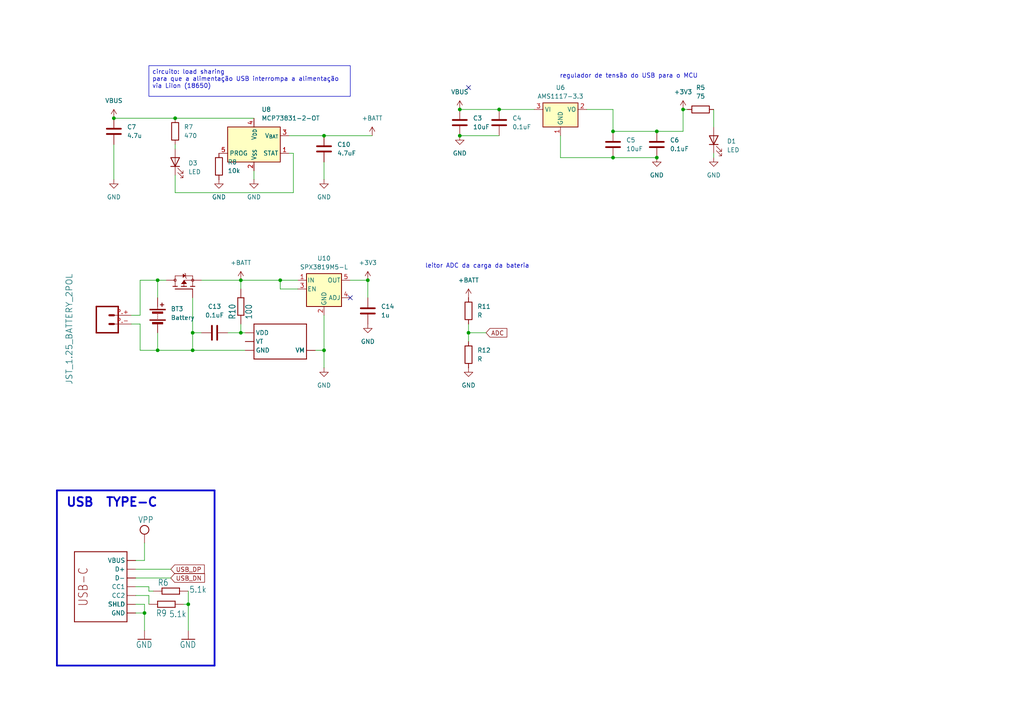
<source format=kicad_sch>
(kicad_sch (version 20231120) (generator "eeschema") (generator_version "8.0")
  (paper "A4")
  (title_block (title "Aviônica Arapaçu") (rev "João Estima") (company "Antares Foguetemodelismo"))
  (lib_symbols
    (symbol "Battery_Management:MCP73831-2-OT"
      (property "Reference" "U" (at -7.62 6.35 0))
      (property "Value" "MCP73831-2-OT" (at 1.27 6.35 0))
      (symbol "MCP73831-2-OT_0_1"
        (rectangle (start -7.62 5.08) (end 7.62 -5.08) (stroke (width 0.254)) (fill (type background)))
      )
      (symbol "MCP73831-2-OT_1_1"
        (pin tri_state line (at 10.16 -2.54 180) (length 2.54) (name "STAT") (number "1"))
        (pin power_in line (at 0 -7.62 90) (length 2.54) (name "V_{SS}") (number "2"))
        (pin power_out line (at 10.16 2.54 180) (length 2.54) (name "V_{BAT}") (number "3"))
        (pin power_in line (at 0 7.62 270) (length 2.54) (name "V_{DD}") (number "4"))
        (pin input line (at -10.16 -2.54 0) (length 2.54) (name "PROG") (number "5"))
      )
    )
    (symbol "Device:Battery" (pin_numbers hide) (pin_names (offset 0) hide)
      (property "Reference" "BT" (at 2.54 2.54 0))
      (property "Value" "Battery" (at 2.54 0 0))
      (symbol "Battery_0_1"
        (rectangle (start -2.286 -1.27) (end 2.286 -1.524) (fill (type outline)))
        (rectangle (start -2.286 1.778) (end 2.286 1.524) (fill (type outline)))
        (rectangle (start -1.524 -2.032) (end 1.524 -2.54) (fill (type outline)))
        (rectangle (start -1.524 1.016) (end 1.524 0.508) (fill (type outline)))
        (polyline (pts (xy 0 -1.016) (xy 0 -0.762)))
        (polyline (pts (xy 0 -0.508) (xy 0 -0.254)))
        (polyline (pts (xy 0 0) (xy 0 0.254)))
        (polyline (pts (xy 0 1.778) (xy 0 2.54)))
        (polyline (pts (xy 0.762 3.048) (xy 1.778 3.048)) (stroke (width 0.254)))
        (polyline (pts (xy 1.27 3.556) (xy 1.27 2.54)) (stroke (width 0.254)))
      )
      (symbol "Battery_1_1"
        (pin passive line (at 0 5.08 270) (length 2.54) (name "+") (number "1"))
        (pin passive line (at 0 -5.08 90) (length 2.54) (name "-") (number "2"))
      )
    )
    (symbol "Device:C" (pin_numbers hide) (pin_names (offset 0.254))
      (property "Reference" "C" (at 0.635 2.54 0))
      (property "Value" "C" (at 0.635 -2.54 0))
      (symbol "C_0_1"
        (polyline (pts (xy -2.032 -0.762) (xy 2.032 -0.762)) (stroke (width 0.508)))
        (polyline (pts (xy -2.032 0.762) (xy 2.032 0.762)) (stroke (width 0.508)))
      )
      (symbol "C_1_1"
        (pin passive line (at 0 3.81 270) (length 2.794) (name "~") (number "1"))
        (pin passive line (at 0 -3.81 90) (length 2.794) (name "~") (number "2"))
      )
    )
    (symbol "Device:LED" (pin_numbers hide) (pin_names (offset 1.016) hide)
      (property "Reference" "D" (at 0 2.54 0))
      (property "Value" "LED" (at 0 -2.54 0))
      (symbol "LED_0_1"
        (polyline (pts (xy -1.27 -1.27) (xy -1.27 1.27)) (stroke (width 0.254)))
        (polyline (pts (xy -1.27 0) (xy 1.27 0)))
        (polyline (pts (xy 1.27 -1.27) (xy 1.27 1.27) (xy -1.27 0) (xy 1.27 -1.27)) (stroke (width 0.254)))
        (polyline (pts (xy -3.048 -0.762) (xy -4.572 -2.286) (xy -3.81 -2.286) (xy -4.572 -2.286) (xy -4.572 -1.524)))
        (polyline (pts (xy -1.778 -0.762) (xy -3.302 -2.286) (xy -2.54 -2.286) (xy -3.302 -2.286) (xy -3.302 -1.524)))
      )
      (symbol "LED_1_1"
        (pin passive line (at -3.81 0 0) (length 2.54) (name "K") (number "1"))
        (pin passive line (at 3.81 0 180) (length 2.54) (name "A") (number "2"))
      )
    )
    (symbol "Device:R" (pin_numbers hide) (pin_names (offset 0))
      (property "Reference" "R" (at 2.032 0 90))
      (property "Value" "R" (at 0 0 90))
      (symbol "R_0_1"
        (rectangle (start -1.016 -2.54) (end 1.016 2.54) (stroke (width 0.254)))
      )
      (symbol "R_1_1"
        (pin passive line (at 0 3.81 270) (length 1.27) (name "~") (number "1"))
        (pin passive line (at 0 -3.81 90) (length 1.27) (name "~") (number "2"))
      )
    )
    (symbol "Regulator_Linear:AMS1117-3.3"
      (property "Reference" "U" (at -3.81 3.175 0))
      (property "Value" "AMS1117-3.3" (at 0 3.175 0))
      (symbol "AMS1117-3.3_0_1"
        (rectangle (start -5.08 -5.08) (end 5.08 1.905) (stroke (width 0.254)) (fill (type background)))
      )
      (symbol "AMS1117-3.3_1_1"
        (pin power_in line (at 0 -7.62 90) (length 2.54) (name "GND") (number "1"))
        (pin power_out line (at 7.62 0 180) (length 2.54) (name "VO") (number "2"))
        (pin power_in line (at -7.62 0 0) (length 2.54) (name "VI") (number "3"))
      )
    )
    (symbol "Regulator_Linear:SPX3819M5-L" (pin_names (offset 0.254))
      (property "Reference" "U" (at -3.81 5.715 0))
      (property "Value" "SPX3819M5-L" (at 0 5.715 0))
      (symbol "SPX3819M5-L_0_1"
        (rectangle (start -5.08 4.445) (end 5.08 -5.08) (stroke (width 0.254)) (fill (type background)))
      )
      (symbol "SPX3819M5-L_1_1"
        (pin power_in line (at -7.62 2.54 0) (length 2.54) (name "IN") (number "1"))
        (pin power_in line (at 0 -7.62 90) (length 2.54) (name "GND") (number "2"))
        (pin input line (at -7.62 0 0) (length 2.54) (name "EN") (number "3"))
        (pin input line (at 7.62 -2.54 180) (length 2.54) (name "ADJ") (number "4"))
        (pin power_out line (at 7.62 2.54 180) (length 2.54) (name "OUT") (number "5"))
      )
    )
    (symbol "lora_esp32_gps-eagle-import:GND" (power)
      (symbol "GND_1_0"
        (polyline (pts (xy -1.905 0) (xy 1.905 0)) (stroke (width 0.254)))
        (pin power_in line (at 0 2.54 270) (length 2.54) (name "GND") (number "1"))
      )
    )
    (symbol "lora_esp32_gps-eagle-import:JST_1.25_BATTERY_2POL"
      (symbol "JST_1.25_BATTERY_2POL_1_0"
        (polyline (pts (xy -2.54 5.08) (xy -2.54 -2.54)) (stroke (width 0.4064)))
        (polyline (pts (xy -2.54 5.08) (xy 3.81 5.08)) (stroke (width 0.4064)))
        (polyline (pts (xy 1.27 0) (xy 2.54 0)) (stroke (width 0.6096)))
        (polyline (pts (xy 1.27 2.54) (xy 2.54 2.54)) (stroke (width 0.6096)))
        (polyline (pts (xy 3.81 -2.54) (xy -2.54 -2.54)) (stroke (width 0.4064)))
        (polyline (pts (xy 3.81 -2.54) (xy 3.81 5.08)) (stroke (width 0.4064)))
        (pin passive line (at 7.62 0 180) (length 5.08) (name "1") (number "P.+"))
        (pin passive line (at 7.62 2.54 180) (length 5.08) (name "2") (number "P.-"))
      )
    )
    (symbol "lora_esp32_gps-eagle-import:R0603"
      (property "Reference" "R" (at -3.81 1.4986 0))
      (symbol "R0603_1_0"
        (polyline (pts (xy -2.54 -0.889) (xy -2.54 0.889)) (stroke (width 0.254)))
        (polyline (pts (xy -2.54 -0.889) (xy 2.54 -0.889)) (stroke (width 0.254)))
        (polyline (pts (xy 2.54 -0.889) (xy 2.54 0.889)) (stroke (width 0.254)))
        (polyline (pts (xy 2.54 0.889) (xy -2.54 0.889)) (stroke (width 0.254)))
        (pin passive line (at -5.08 0 0) (length 2.54) (name "1") (number "1"))
        (pin passive line (at 5.08 0 180) (length 2.54) (name "2") (number "2"))
      )
    )
    (symbol "lora_esp32_gps-eagle-import:SE7401U"
      (symbol "SE7401U_1_0"
        (polyline (pts (xy 0 -2.54) (xy 0 2.54)) (stroke (width 0.254)))
        (polyline (pts (xy 0.762 -3.175) (xy 0.762 -2.54)) (stroke (width 0.254)))
        (polyline (pts (xy 0.762 -2.54) (xy 0.762 -1.905)) (stroke (width 0.254)))
        (polyline (pts (xy 0.762 -2.54) (xy 3.81 -2.54)) (stroke (width 0.1524)))
        (polyline (pts (xy 0.762 -0.762) (xy 0.762 0)) (stroke (width 0.254)))
        (polyline (pts (xy 0.762 0) (xy 0.762 0.762)) (stroke (width 0.254)))
        (polyline (pts (xy 0.762 0) (xy 2.54 0)) (stroke (width 0.1524)))
        (polyline (pts (xy 0.762 1.905) (xy 0.762 2.54)) (stroke (width 0.254)))
        (polyline (pts (xy 0.762 2.54) (xy 0.762 3.175)) (stroke (width 0.254)))
        (polyline (pts (xy 2.54 0) (xy 2.54 2.54)) (stroke (width 0.1524)))
        (polyline (pts (xy 2.54 2.54) (xy 0.762 2.54)) (stroke (width 0.1524)))
        (polyline (pts (xy 2.54 2.54) (xy 3.81 2.54)) (stroke (width 0.1524)))
        (polyline (pts (xy 3.048 0.762) (xy 3.302 0.508)) (stroke (width 0.1524)))
        (polyline (pts (xy 3.302 0.508) (xy 3.81 0.508)) (stroke (width 0.1524)))
        (polyline (pts (xy 3.81 -2.54) (xy 3.81 0.508)) (stroke (width 0.1524)))
        (polyline (pts (xy 3.81 0.508) (xy 3.81 2.54)) (stroke (width 0.1524)))
        (polyline (pts (xy 3.81 0.508) (xy 4.318 0.508)) (stroke (width 0.1524)))
        (polyline (pts (xy 4.318 0.508) (xy 4.572 0.254)) (stroke (width 0.1524)))
        (polyline (pts (xy 2.54 0) (xy 1.524 0.762) (xy 1.524 -0.762)) (stroke (width 0.1524)) (fill (type outline)))
        (polyline (pts (xy 3.81 0.508) (xy 4.318 -0.254) (xy 3.302 -0.254)) (stroke (width 0.1524)) (fill (type outline)))
        (circle (center 2.54 -2.54) (radius 0.3592))
        (circle (center 2.54 2.54) (radius 0.3592))
        (pin passive line (at -2.54 2.54 0) (length 2.54) (name "G") (number "1"))
        (pin passive line (at 2.54 5.08 270) (length 2.54) (name "S") (number "2"))
        (pin passive line (at 2.54 -5.08 90) (length 2.54) (name "D") (number "3"))
      )
    )
    (symbol "lora_esp32_gps-eagle-import:USB_C_C393939"
      (symbol "USB_C_C393939_1_0"
        (polyline (pts (xy -2.54 -10.16) (xy 12.7 -10.16)) (stroke (width 0.254)))
        (polyline (pts (xy -2.54 10.16) (xy -2.54 -10.16)) (stroke (width 0.254)))
        (polyline (pts (xy 12.7 -10.16) (xy 12.7 10.16)) (stroke (width 0.254)))
        (polyline (pts (xy 12.7 10.16) (xy -2.54 10.16)) (stroke (width 0.254)))
        (text "USB-C" (at 10.16 0 900) (effects (font (size 2.54 2.159))))
        (pin bidirectional line (at -5.08 -7.62 0) (length 2.54) (name "GND") (number "A1B12"))
        (pin bidirectional line (at -5.08 7.62 0) (length 2.54) (name "VBUS") (number "A4B9"))
        (pin bidirectional line (at -5.08 0 0) (length 2.54) (name "CC1") (number "A5"))
        (pin bidirectional line (at -5.08 5.08 0) (length 2.54) (name "D+") (number "A6"))
        (pin bidirectional line (at -5.08 2.54 0) (length 2.54) (name "D-") (number "A7"))
        (pin bidirectional line (at -5.08 -7.62 0) (length 2.54) (name "GND") (number "B1A12"))
        (pin bidirectional line (at -5.08 7.62 0) (length 2.54) (name "VBUS") (number "B4A9"))
        (pin bidirectional line (at -5.08 -2.54 0) (length 2.54) (name "CC2") (number "B5"))
        (pin bidirectional line (at -5.08 5.08 0) (length 2.54) (name "D+") (number "B6"))
        (pin bidirectional line (at -5.08 2.54 0) (length 2.54) (name "D-") (number "B7"))
        (pin bidirectional line (at -5.08 -5.08 0) (length 2.54) (name "SHLD") (number "S1"))
        (pin bidirectional line (at -5.08 -5.08 0) (length 2.54) (name "SHLD") (number "S2"))
        (pin bidirectional line (at -5.08 -5.08 0) (length 2.54) (name "SHLD") (number "S3"))
        (pin bidirectional line (at -5.08 -5.08 0) (length 2.54) (name "SHLD") (number "S4"))
      )
    )
    (symbol "lora_esp32_gps-eagle-import:VPP" (power)
      (symbol "VPP_1_0"
        (circle (center 0 1.27) (radius 1.27) (stroke (width 0.254)))
        (pin power_in line (at 0 -2.54 90) (length 2.54) (name "VPP") (number "1"))
      )
    )
    (symbol "lora_esp32_gps-eagle-import:XB5353A"
      (symbol "XB5353A_1_0"
        (polyline (pts (xy -7.62 -2.54) (xy 7.62 -2.54)) (stroke (width 0.254)))
        (polyline (pts (xy -7.62 7.62) (xy -7.62 -2.54)) (stroke (width 0.254)))
        (polyline (pts (xy 7.62 -2.54) (xy 7.62 7.62)) (stroke (width 0.254)))
        (polyline (pts (xy 7.62 7.62) (xy -7.62 7.62)) (stroke (width 0.254)))
        (pin bidirectional line (at -10.16 2.54 0) (length 2.54) (name "VT") (number "1"))
        (pin bidirectional line (at -10.16 0 0) (length 2.54) (name "GND") (number "2"))
        (pin bidirectional line (at -10.16 5.08 0) (length 2.54) (name "VDD") (number "3"))
        (pin bidirectional line (at 10.16 0 180) (length 2.54) (name "VM") (number "4"))
        (pin bidirectional line (at 10.16 0 180) (length 2.54) (name "VM") (number "5"))
      )
    )
    (symbol "power:+3V3" (power) (pin_numbers hide) (pin_names (offset 0) hide)
      (property "Value" "+3V3" (at 0 3.556 0))
      (symbol "+3V3_0_1"
        (polyline (pts (xy -0.762 1.27) (xy 0 2.54)))
        (polyline (pts (xy 0 0) (xy 0 2.54)))
        (polyline (pts (xy 0 2.54) (xy 0.762 1.27)))
      )
      (symbol "+3V3_1_1"
        (pin power_in line (at 0 0 90) (length 0) (name "~") (number "1"))
      )
    )
    (symbol "power:+BATT" (power) (pin_numbers hide) (pin_names (offset 0) hide)
      (property "Value" "+BATT" (at 0 3.556 0))
      (symbol "+BATT_0_1"
        (polyline (pts (xy -0.762 1.27) (xy 0 2.54)))
        (polyline (pts (xy 0 0) (xy 0 2.54)))
        (polyline (pts (xy 0 2.54) (xy 0.762 1.27)))
      )
      (symbol "+BATT_1_1"
        (pin power_in line (at 0 0 90) (length 0) (name "~") (number "1"))
      )
    )
    (symbol "power:GND" (power) (pin_numbers hide) (pin_names (offset 0) hide)
      (property "Value" "GND" (at 0 -3.81 0))
      (symbol "GND_0_1"
        (polyline (pts (xy 0 0) (xy 0 -1.27) (xy 1.27 -1.27) (xy 0 -2.54) (xy -1.27 -1.27) (xy 0 -1.27)))
      )
      (symbol "GND_1_1"
        (pin power_in line (at 0 0 270) (length 0) (name "~") (number "1"))
      )
    )
    (symbol "power:VBUS" (power) (pin_numbers hide) (pin_names (offset 0) hide)
      (property "Value" "VBUS" (at 0 3.556 0))
      (symbol "VBUS_0_1"
        (polyline (pts (xy -0.762 1.27) (xy 0 2.54)))
        (polyline (pts (xy 0 0) (xy 0 2.54)))
        (polyline (pts (xy 0 2.54) (xy 0.762 1.27)))
      )
      (symbol "VBUS_1_1"
        (pin power_in line (at 0 0 90) (length 0) (name "~") (number "1"))
      )
    )
  )
  (junction (at 50.8 34.29))
  (junction (at 144.78 31.75))
  (junction (at 45.72 101.6))
  (junction (at 81.28 81.28))
  (junction (at 190.5 38.1))
  (junction (at 45.72 81.28))
  (junction (at 69.85 96.52))
  (junction (at 133.35 39.37))
  (junction (at 135.89 96.52))
  (junction (at 41.91 177.8))
  (junction (at 190.5 45.72))
  (junction (at 177.8 45.72))
  (junction (at 133.35 31.75))
  (junction (at 54.61 175.26))
  (junction (at 33.02 34.29))
  (junction (at 106.68 81.28))
  (junction (at 69.85 81.28))
  (junction (at 198.12 31.75))
  (junction (at 55.88 101.6))
  (junction (at 177.8 38.1))
  (junction (at 93.98 39.37))
  (junction (at 55.88 96.52))
  (junction (at 93.98 101.6))
  (no_connect (at 101.6 86.36))
  (no_connect (at 135.89 25.4))
  (polyline (pts (xy 16.51 142.24) (xy 16.51 193.04)) (stroke (width 0.508) (type solid)))
  (wire (pts (xy 38.1 91.44) (xy 40.64 91.44)) (stroke (width 0.1524)))
  (wire (pts (xy 45.72 96.52) (xy 45.72 101.6)) (stroke (width 0.1524)))
  (wire (pts (xy 45.72 86.36) (xy 45.72 81.28)) (stroke (width 0.1524)))
  (wire (pts (xy 133.35 31.75) (xy 144.78 31.75)))
  (wire (pts (xy 39.37 162.56) (xy 41.91 162.56)) (stroke (width 0.1524)))
  (polyline (pts (xy 62.23 142.24) (xy 16.51 142.24)) (stroke (width 0.508) (type solid)))
  (wire (pts (xy 81.28 81.28) (xy 86.36 81.28)))
  (polyline (pts (xy 62.23 142.24) (xy 62.23 193.04)) (stroke (width 0.508) (type solid)))
  (wire (pts (xy 207.01 31.75) (xy 207.01 36.83)))
  (wire (pts (xy 170.18 31.75) (xy 177.8 31.75)))
  (wire (pts (xy 93.98 91.44) (xy 93.98 101.6)))
  (wire (pts (xy 54.61 171.45) (xy 54.61 175.26)) (stroke (width 0.1524)))
  (wire (pts (xy 199.39 31.75) (xy 198.12 31.75)))
  (wire (pts (xy 144.78 31.75) (xy 154.94 31.75)))
  (wire (pts (xy 81.28 81.28) (xy 81.28 83.82)) (stroke (width 0.1524)))
  (wire (pts (xy 177.8 31.75) (xy 177.8 38.1)))
  (wire (pts (xy 40.64 101.6) (xy 45.72 101.6)) (stroke (width 0.1524)))
  (wire (pts (xy 55.88 86.36) (xy 55.88 96.52)) (stroke (width 0.1524)))
  (wire (pts (xy 93.98 101.6) (xy 93.98 106.68)) (stroke (width 0.1524)))
  (wire (pts (xy 58.42 96.52) (xy 55.88 96.52)) (stroke (width 0.1524)))
  (wire (pts (xy 190.5 38.1) (xy 198.12 38.1)))
  (wire (pts (xy 40.64 81.28) (xy 45.72 81.28)) (stroke (width 0.1524)))
  (wire (pts (xy 54.61 175.26) (xy 54.61 182.88)) (stroke (width 0.1524)))
  (wire (pts (xy 53.34 175.26) (xy 54.61 175.26)) (stroke (width 0.1524)))
  (wire (pts (xy 50.8 50.8) (xy 50.8 55.88)))
  (wire (pts (xy 135.89 93.98) (xy 135.89 96.52)))
  (wire (pts (xy 71.12 96.52) (xy 69.85 96.52)) (stroke (width 0.1524)))
  (wire (pts (xy 40.64 93.98) (xy 40.64 101.6)) (stroke (width 0.1524)))
  (wire (pts (xy 93.98 46.99) (xy 93.98 52.07)))
  (wire (pts (xy 41.91 175.26) (xy 41.91 177.8)) (stroke (width 0.1524)))
  (wire (pts (xy 43.18 170.18) (xy 39.37 170.18)) (stroke (width 0.1524)))
  (wire (pts (xy 41.91 177.8) (xy 39.37 177.8)) (stroke (width 0.1524)))
  (wire (pts (xy 177.8 45.72) (xy 190.5 45.72)))
  (wire (pts (xy 39.37 175.26) (xy 41.91 175.26)) (stroke (width 0.1524)))
  (wire (pts (xy 162.56 39.37) (xy 162.56 45.72)))
  (wire (pts (xy 133.35 39.37) (xy 144.78 39.37)))
  (wire (pts (xy 50.8 43.18) (xy 50.8 41.91)))
  (wire (pts (xy 93.98 39.37) (xy 107.95 39.37)))
  (wire (pts (xy 207.01 44.45) (xy 207.01 45.72)))
  (wire (pts (xy 198.12 38.1) (xy 198.12 31.75)))
  (wire (pts (xy 41.91 157.48) (xy 41.91 162.56)) (stroke (width 0.1524)))
  (wire (pts (xy 55.88 96.52) (xy 55.88 101.6)) (stroke (width 0.1524)))
  (wire (pts (xy 86.36 83.82) (xy 81.28 83.82)) (stroke (width 0.1524)))
  (wire (pts (xy 43.18 171.45) (xy 44.45 171.45)) (stroke (width 0.1524)))
  (wire (pts (xy 85.09 44.45) (xy 83.82 44.45)))
  (wire (pts (xy 39.37 172.72) (xy 43.18 172.72)) (stroke (width 0.1524)))
  (wire (pts (xy 135.89 96.52) (xy 135.89 99.06)))
  (wire (pts (xy 135.89 96.52) (xy 140.97 96.52)))
  (polyline (pts (xy 62.23 193.04) (xy 16.51 193.04)) (stroke (width 0.508) (type solid)))
  (wire (pts (xy 69.85 96.52) (xy 69.85 93.98)) (stroke (width 0.1524)))
  (wire (pts (xy 69.85 81.28) (xy 81.28 81.28)) (stroke (width 0.1524)))
  (wire (pts (xy 45.72 81.28) (xy 48.26 81.28)) (stroke (width 0.1524)))
  (wire (pts (xy 33.02 34.29) (xy 50.8 34.29)))
  (wire (pts (xy 106.68 81.28) (xy 106.68 86.36)))
  (wire (pts (xy 83.82 39.37) (xy 93.98 39.37)))
  (wire (pts (xy 38.1 93.98) (xy 40.64 93.98)) (stroke (width 0.1524)))
  (wire (pts (xy 33.02 41.91) (xy 33.02 52.07)))
  (wire (pts (xy 69.85 83.82) (xy 69.85 81.28)) (stroke (width 0.1524)))
  (wire (pts (xy 50.8 34.29) (xy 73.66 34.29)))
  (wire (pts (xy 43.18 172.72) (xy 43.18 175.26)) (stroke (width 0.1524)))
  (wire (pts (xy 91.44 101.6) (xy 93.98 101.6)) (stroke (width 0.1524)))
  (wire (pts (xy 162.56 45.72) (xy 177.8 45.72)))
  (wire (pts (xy 177.8 38.1) (xy 190.5 38.1)))
  (wire (pts (xy 43.18 171.45) (xy 43.18 170.18)) (stroke (width 0.1524)))
  (wire (pts (xy 73.66 52.07) (xy 73.66 49.53)))
  (wire (pts (xy 45.72 101.6) (xy 55.88 101.6)) (stroke (width 0.1524)))
  (wire (pts (xy 58.42 81.28) (xy 69.85 81.28)) (stroke (width 0.1524)))
  (wire (pts (xy 40.64 91.44) (xy 40.64 81.28)) (stroke (width 0.1524)))
  (wire (pts (xy 50.8 55.88) (xy 85.09 55.88)))
  (wire (pts (xy 39.37 167.64) (xy 49.53 167.64)) (stroke (width 0.1524)))
  (wire (pts (xy 85.09 55.88) (xy 85.09 44.45)))
  (wire (pts (xy 41.91 177.8) (xy 41.91 182.88)) (stroke (width 0.1524)))
  (wire (pts (xy 39.37 165.1) (xy 49.53 165.1)) (stroke (width 0.1524)))
  (wire (pts (xy 71.12 101.6) (xy 55.88 101.6)) (stroke (width 0.1524)))
  (wire (pts (xy 66.04 96.52) (xy 69.85 96.52)) (stroke (width 0.1524)))
  (wire (pts (xy 101.6 81.28) (xy 106.68 81.28)))
  (text_box "circuito: load sharing\npara que a alimentação USB interrompa a alimentação via LiIon (18650)" (at 43.18 19.05 0) (size 58.42 8.89) (effects (font (size 1.27 1.27)) (justify left top)))
  (text "USB  TYPE-C" (at 19.05 147.32 0) (effects (font (size 2.54 2.54) (thickness 0.508) (bold yes)) (justify left bottom)))
  (text "leitor ADC da carga da bateria\n" (at 138.43 77.216 0) (effects (font (size 1.27 1.27))))
  (text "regulador de tensão do USB para o MCU\n" (at 182.372 22.098 0) (effects (font (size 1.27 1.27))))
  (global_label "USB_DN" (shape input) (at 49.53 167.64 0) (property "Intersheetrefs" "${INTERSHEET_REFS}" (effects (hide yes))))
  (global_label "USB_DP" (shape input) (at 49.53 165.1 0) (property "Intersheetrefs" "${INTERSHEET_REFS}" (effects (hide yes))))
  (global_label "ADC" (shape input) (at 140.97 96.52 0) (property "Intersheetrefs" "${INTERSHEET_REFS}" (effects (hide yes))))
  (symbol (lib_id "lora_esp32_gps-eagle-import:JST_1.25_BATTERY_2POL") (at 30.48 91.44 0) (mirror x) (unit 1)
    (property "Reference" "J2" (effects (hide yes)))
    (property "Value" "JST_1.25_BATTERY_2POL" (at 21.082 79.248 90) (effects (font (size 1.778 1.778)) (justify left bottom)))
    (property "Footprint" "lora_esp32_gps:JST_1.25MM_2POL" (effects (hide yes)))
  )
  (symbol (lib_id "Device:C") (at 62.23 96.52 90) (unit 1)
    (property "Reference" "C13" (at 62.23 88.9 90))
    (property "Value" "0.1uF" (at 62.23 91.44 90))
    (property "Description" "Unpolarized capacitor" (effects (hide yes)))
  )
  (symbol (lib_id "lora_esp32_gps-eagle-import:R0603") (at 69.85 88.9 90) (unit 1)
    (property "Reference" "R10" (at 68.3514 92.71 0) (effects (font (size 1.778 1.5113)) (justify left bottom)))
    (property "Value" "100" (at 73.152 92.71 0) (effects (font (size 1.778 1.5113)) (justify left bottom)))
    (property "Footprint" "lora_esp32_gps:R0603" (effects (hide yes)))
  )
  (symbol (lib_id "power:GND") (at 63.5 52.07 0) (unit 1)
    (property "Reference" "#PWR017" (effects (hide yes)))
    (property "Value" "GND" (at 63.5 57.15 0))
    (property "Description" "Power symbol creates a global label with name \"GND\" , ground" (effects (hide yes)))
  )
  (symbol (lib_id "lora_esp32_gps-eagle-import:GND") (at 41.91 185.42 0) (unit 1)
    (property "Reference" "#GND01" (effects (hide yes)))
    (property "Value" "GND" (at 39.37 187.96 0) (effects (font (size 1.778 1.5113)) (justify left bottom)))
  )
  (symbol (lib_id "Device:C") (at 190.5 41.91 0) (unit 1)
    (property "Reference" "C6" (at 194.31 40.6399 0) (effects (justify left)))
    (property "Value" "0.1uF" (at 194.31 43.1799 0) (effects (justify left)))
    (property "Description" "Unpolarized capacitor" (effects (hide yes)))
  )
  (symbol (lib_id "Device:Battery") (at 45.72 91.44 0) (unit 1)
    (property "Reference" "BT3" (at 49.53 89.5984 0) (effects (justify left)))
    (property "Value" "Battery" (at 49.53 92.1384 0) (effects (justify left)))
    (property "Description" "Multiple-cell battery" (effects (hide yes)))
  )
  (symbol (lib_id "power:+3V3") (at 106.68 81.28 0) (unit 1)
    (property "Reference" "#PWR034" (effects (hide yes)))
    (property "Value" "+3V3" (at 106.68 76.2 0))
    (property "Description" "Power symbol creates a global label with name \"+3V3\"" (effects (hide yes)))
  )
  (symbol (lib_id "Device:R") (at 203.2 31.75 90) (unit 1)
    (property "Reference" "R5" (at 203.2 25.4 90))
    (property "Value" "75" (at 203.2 27.94 90))
    (property "Description" "Resistor" (effects (hide yes)))
  )
  (symbol (lib_id "lora_esp32_gps-eagle-import:R0603") (at 48.26 175.26 0) (unit 1)
    (property "Reference" "R9" (at 45.212 178.816 0) (effects (font (size 1.778 1.5113)) (justify left bottom)))
    (property "Value" "5.1k" (at 49.022 179.07 0) (effects (font (size 1.778 1.5113)) (justify left bottom)))
    (property "Footprint" "lora_esp32_gps:R0603" (effects (hide yes)))
  )
  (symbol (lib_id "Device:LED") (at 207.01 40.64 90) (unit 1)
    (property "Reference" "D1" (at 210.82 40.9574 90) (effects (justify right)))
    (property "Value" "LED" (at 210.82 43.4974 90) (effects (justify right)))
    (property "Description" "Light emitting diode" (effects (hide yes)))
  )
  (symbol (lib_id "Device:R") (at 135.89 90.17 0) (unit 1)
    (property "Reference" "R11" (at 138.43 88.8999 0) (effects (justify left)))
    (property "Value" "R" (at 138.43 91.4399 0) (effects (justify left)))
    (property "Description" "Resistor" (effects (hide yes)))
  )
  (symbol (lib_id "Device:C") (at 106.68 90.17 0) (unit 1)
    (property "Reference" "C14" (at 110.49 88.8999 0) (effects (justify left)))
    (property "Value" "1u" (at 110.49 91.4399 0) (effects (justify left)))
    (property "Description" "Unpolarized capacitor" (effects (hide yes)))
  )
  (symbol (lib_id "Device:C") (at 33.02 38.1 0) (unit 1)
    (property "Reference" "C7" (at 36.83 36.8299 0) (effects (justify left)))
    (property "Value" "4.7u" (at 36.83 39.3699 0) (effects (justify left)))
    (property "Description" "Unpolarized capacitor" (effects (hide yes)))
  )
  (symbol (lib_id "power:GND") (at 133.35 39.37 0) (unit 1)
    (property "Reference" "#PWR05" (effects (hide yes)))
    (property "Value" "GND" (at 133.35 44.45 0))
    (property "Description" "Power symbol creates a global label with name \"GND\" , ground" (effects (hide yes)))
  )
  (symbol (lib_id "Device:C") (at 93.98 43.18 180) (unit 1)
    (property "Reference" "C10" (at 97.79 41.9099 0) (effects (justify right)))
    (property "Value" "4.7uF" (at 97.79 44.4499 0) (effects (justify right)))
    (property "Description" "Unpolarized capacitor" (effects (hide yes)))
  )
  (symbol (lib_id "Device:LED") (at 50.8 46.99 90) (unit 1)
    (property "Reference" "D3" (at 54.61 47.3074 90) (effects (justify right)))
    (property "Value" "LED" (at 54.61 49.8474 90) (effects (justify right)))
    (property "Description" "Light emitting diode" (effects (hide yes)))
  )
  (symbol (lib_id "power:VBUS") (at 33.02 34.29 0) (unit 1)
    (property "Reference" "#PWR010" (effects (hide yes)))
    (property "Value" "VBUS" (at 33.02 29.21 0))
    (property "Description" "Power symbol creates a global label with name \"VBUS\"" (effects (hide yes)))
  )
  (symbol (lib_id "power:GND") (at 207.01 45.72 0) (unit 1)
    (property "Reference" "#PWR08" (effects (hide yes)))
    (property "Value" "GND" (at 207.01 50.8 0))
    (property "Description" "Power symbol creates a global label with name \"GND\" , ground" (effects (hide yes)))
  )
  (symbol (lib_id "Device:C") (at 144.78 35.56 0) (unit 1)
    (property "Reference" "C4" (at 148.59 34.2899 0) (effects (justify left)))
    (property "Value" "0.1uF" (at 148.59 36.8299 0) (effects (justify left)))
    (property "Description" "Unpolarized capacitor" (effects (hide yes)))
  )
  (symbol (lib_id "Device:R") (at 50.8 38.1 180) (unit 1)
    (property "Reference" "R7" (at 53.34 36.8299 0) (effects (justify right)))
    (property "Value" "470" (at 53.34 39.3699 0) (effects (justify right)))
    (property "Description" "Resistor" (effects (hide yes)))
  )
  (symbol (lib_id "power:GND") (at 135.89 106.68 0) (unit 1)
    (property "Reference" "#PWR033" (effects (hide yes)))
    (property "Value" "GND" (at 135.89 111.76 0))
    (property "Description" "Power symbol creates a global label with name \"GND\" , ground" (effects (hide yes)))
  )
  (symbol (lib_id "power:+BATT") (at 69.85 81.28 0) (unit 1)
    (property "Reference" "#PWR030" (effects (hide yes)))
    (property "Value" "+BATT" (at 69.85 76.2 0))
    (property "Description" "Power symbol creates a global label with name \"+BATT\"" (effects (hide yes)))
  )
  (symbol (lib_id "power:GND") (at 33.02 52.07 0) (unit 1)
    (property "Reference" "#PWR011" (effects (hide yes)))
    (property "Value" "GND" (at 33.02 57.15 0))
    (property "Description" "Power symbol creates a global label with name \"GND\" , ground" (effects (hide yes)))
  )
  (symbol (lib_id "power:GND") (at 106.68 93.98 0) (unit 1)
    (property "Reference" "#PWR035" (effects (hide yes)))
    (property "Value" "GND" (at 106.68 99.06 0))
    (property "Description" "Power symbol creates a global label with name \"GND\" , ground" (effects (hide yes)))
  )
  (symbol (lib_id "power:GND") (at 93.98 52.07 0) (unit 1)
    (property "Reference" "#PWR022" (effects (hide yes)))
    (property "Value" "GND" (at 93.98 57.15 0))
    (property "Description" "Power symbol creates a global label with name \"GND\" , ground" (effects (hide yes)))
  )
  (symbol (lib_id "Battery_Management:MCP73831-2-OT") (at 73.66 41.91 0) (unit 1)
    (property "Reference" "U8" (at 75.8541 31.75 0) (effects (justify left)))
    (property "Value" "MCP73831-2-OT" (at 75.8541 34.29 0) (effects (justify left)))
    (property "Footprint" "Package_TO_SOT_SMD:SOT-23-5" (effects (hide yes)))
    (property "Datasheet" "http://ww1.microchip.com/downloads/en/DeviceDoc/20001984g.pdf" (effects (hide yes)))
    (property "Description" "Single cell, Li-Ion/Li-Po charge management controller, 4.20V, Tri-State Status Output, in SOT23-5 package" (effects (hide yes)))
  )
  (symbol (lib_id "Regulator_Linear:AMS1117-3.3") (at 162.56 31.75 0) (unit 1)
    (property "Reference" "U6" (at 162.56 25.4 0))
    (property "Value" "AMS1117-3.3" (at 162.56 27.94 0))
    (property "Footprint" "Package_TO_SOT_SMD:SOT-223-3_TabPin2" (effects (hide yes)))
    (property "Datasheet" "http://www.advanced-monolithic.com/pdf/ds1117.pdf" (effects (hide yes)))
    (property "Description" "1A Low Dropout regulator, positive, 3.3V fixed output, SOT-223" (effects (hide yes)))
  )
  (symbol (lib_id "power:GND") (at 93.98 106.68 0) (unit 1)
    (property "Reference" "#PWR031" (effects (hide yes)))
    (property "Value" "GND" (at 93.98 111.76 0))
    (property "Description" "Power symbol creates a global label with name \"GND\" , ground" (effects (hide yes)))
  )
  (symbol (lib_id "Device:C") (at 133.35 35.56 0) (unit 1)
    (property "Reference" "C3" (at 137.16 34.2899 0) (effects (justify left)))
    (property "Value" "10uF" (at 137.16 36.8299 0) (effects (justify left)))
    (property "Description" "Unpolarized capacitor" (effects (hide yes)))
  )
  (symbol (lib_id "Device:C") (at 177.8 41.91 0) (unit 1)
    (property "Reference" "C5" (at 181.61 40.6399 0) (effects (justify left)))
    (property "Value" "10uF" (at 181.61 43.1799 0) (effects (justify left)))
    (property "Description" "Unpolarized capacitor" (effects (hide yes)))
  )
  (symbol (lib_id "lora_esp32_gps-eagle-import:R0603") (at 49.53 171.45 0) (unit 1)
    (property "Reference" "R6" (at 45.72 169.9514 0) (effects (font (size 1.778 1.5113)) (justify left bottom)))
    (property "Value" "5.1k" (at 54.864 171.958 0) (effects (font (size 1.778 1.5113)) (justify left bottom)))
    (property "Footprint" "lora_esp32_gps:R0603" (effects (hide yes)))
  )
  (symbol (lib_id "Device:R") (at 63.5 48.26 180) (unit 1)
    (property "Reference" "R8" (at 66.04 46.9899 0) (effects (justify right)))
    (property "Value" "10k" (at 66.04 49.5299 0) (effects (justify right)))
    (property "Description" "Resistor" (effects (hide yes)))
  )
  (symbol (lib_id "lora_esp32_gps-eagle-import:USB_C_C393939") (at 34.29 170.18 0) (mirror y) (unit 1)
    (property "Reference" "USB-C1" (effects (hide yes)))
    (property "Value" "USB_C_C393939" (effects (hide yes)))
    (property "Footprint" "lora_esp32_gps:USBC_C393939" (effects (hide yes)))
  )
  (symbol (lib_id "power:GND") (at 73.66 52.07 0) (unit 1)
    (property "Reference" "#PWR019" (effects (hide yes)))
    (property "Value" "GND" (at 73.66 57.15 0))
    (property "Description" "Power symbol creates a global label with name \"GND\" , ground" (effects (hide yes)))
  )
  (symbol (lib_id "lora_esp32_gps-eagle-import:VPP") (at 41.91 154.94 0) (unit 1)
    (property "Reference" "#SUPPLY01" (effects (hide yes)))
    (property "Value" "VPP" (at 40.005 151.765 0) (effects (font (size 1.778 1.5113)) (justify left bottom)))
  )
  (symbol (lib_id "power:GND") (at 190.5 45.72 0) (unit 1)
    (property "Reference" "#PWR06" (effects (hide yes)))
    (property "Value" "GND" (at 190.5 50.8 0))
    (property "Description" "Power symbol creates a global label with name \"GND\" , ground" (effects (hide yes)))
  )
  (symbol (lib_id "power:+3V3") (at 198.12 31.75 0) (unit 1)
    (property "Reference" "#PWR07" (effects (hide yes)))
    (property "Value" "+3V3" (at 198.12 26.67 0))
    (property "Description" "Power symbol creates a global label with name \"+3V3\"" (effects (hide yes)))
  )
  (symbol (lib_id "power:VBUS") (at 133.35 31.75 0) (unit 1)
    (property "Reference" "#PWR04" (effects (hide yes)))
    (property "Value" "VBUS" (at 133.35 26.67 0))
    (property "Description" "Power symbol creates a global label with name \"VBUS\"" (effects (hide yes)))
  )
  (symbol (lib_id "Regulator_Linear:SPX3819M5-L") (at 93.98 83.82 0) (unit 1)
    (property "Reference" "U10" (at 93.98 74.93 0))
    (property "Value" "SPX3819M5-L" (at 93.98 77.47 0))
    (property "Footprint" "Package_TO_SOT_SMD:SOT-23-5" (effects (hide yes)))
    (property "Datasheet" "https://www.exar.com/content/document.ashx?id=22106&languageid=1033&type=Datasheet&partnumber=SPX3819&filename=SPX3819.pdf&part=SPX3819" (effects (hide yes)))
    (property "Description" "500mA Low drop-out regulator, Adjustable, SOT-23-5" (effects (hide yes)))
  )
  (symbol (lib_id "lora_esp32_gps-eagle-import:XB5353A") (at 81.28 101.6 0) (unit 1)
    (property "Reference" "U9" (effects (hide yes)))
    (property "Value" "XB5353A" (effects (hide yes)))
    (property "Footprint" "lora_esp32_gps:SOT23-5" (effects (hide yes)))
  )
  (symbol (lib_id "lora_esp32_gps-eagle-import:GND") (at 54.61 185.42 0) (unit 1)
    (property "Reference" "#GND02" (effects (hide yes)))
    (property "Value" "GND" (at 52.07 187.96 0) (effects (font (size 1.778 1.5113)) (justify left bottom)))
  )
  (symbol (lib_id "Device:R") (at 135.89 102.87 180) (unit 1)
    (property "Reference" "R12" (at 138.43 101.5999 0) (effects (justify right)))
    (property "Value" "R" (at 138.43 104.1399 0) (effects (justify right)))
    (property "Description" "Resistor" (effects (hide yes)))
  )
  (symbol (lib_id "power:+BATT") (at 107.95 39.37 0) (unit 1)
    (property "Reference" "#PWR023" (effects (hide yes)))
    (property "Value" "+BATT" (at 107.95 34.29 0))
    (property "Description" "Power symbol creates a global label with name \"+BATT\"" (effects (hide yes)))
  )
  (symbol (lib_id "lora_esp32_gps-eagle-import:SE7401U") (at 53.34 83.82 270) (mirror x) (unit 1)
    (property "Reference" "Q2" (effects (hide yes)))
    (property "Value" "SE7401U" (effects (hide yes)))
    (property "Footprint" "lora_esp32_gps:SOT323" (effects (hide yes)))
  )
  (symbol (lib_id "power:+BATT") (at 135.89 86.36 0) (unit 1)
    (property "Reference" "#PWR032" (effects (hide yes)))
    (property "Value" "+BATT" (at 135.89 81.28 0))
    (property "Description" "Power symbol creates a global label with name \"+BATT\"" (effects (hide yes)))
  )
)
</source>
